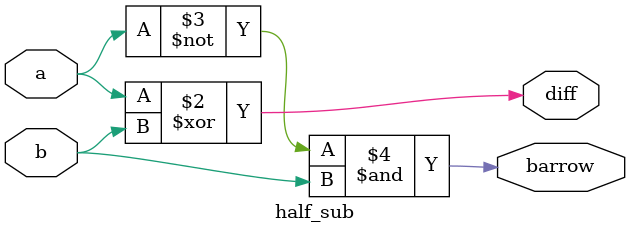
<source format=v>
`timescale 1ns / 1ps
module half_sub(
input a,
input b,
output reg barrow,
output reg diff
    );
    always@(*) begin 
     diff = a^b;
     barrow = (~a)&b;
    end
endmodule
</source>
